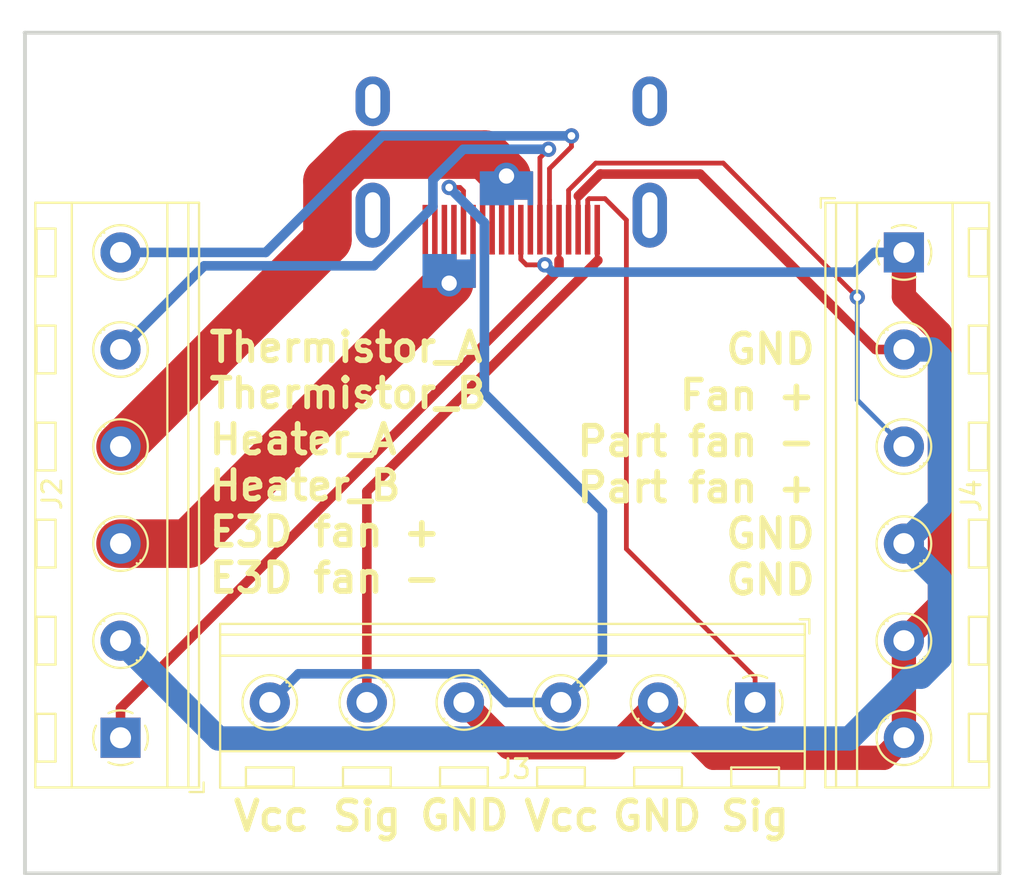
<source format=kicad_pcb>
(kicad_pcb (version 20171130) (host pcbnew "(5.0.2)-1")

  (general
    (thickness 1.6)
    (drawings 12)
    (tracks 108)
    (zones 0)
    (modules 7)
    (nets 13)
  )

  (page A4)
  (layers
    (0 F.Cu signal)
    (31 B.Cu signal)
    (32 B.Adhes user)
    (33 F.Adhes user)
    (34 B.Paste user)
    (35 F.Paste user)
    (36 B.SilkS user)
    (37 F.SilkS user)
    (38 B.Mask user)
    (39 F.Mask user)
    (40 Dwgs.User user)
    (41 Cmts.User user)
    (42 Eco1.User user)
    (43 Eco2.User user)
    (44 Edge.Cuts user)
    (45 Margin user)
    (46 B.CrtYd user)
    (47 F.CrtYd user)
    (48 B.Fab user)
    (49 F.Fab user)
  )

  (setup
    (last_trace_width 0.25)
    (user_trace_width 0.5)
    (user_trace_width 1.27)
    (user_trace_width 2.54)
    (trace_clearance 0.2)
    (zone_clearance 0.508)
    (zone_45_only no)
    (trace_min 0.2)
    (segment_width 0.2)
    (edge_width 0.05)
    (via_size 0.8)
    (via_drill 0.4)
    (via_min_size 0.4)
    (via_min_drill 0.3)
    (uvia_size 0.3)
    (uvia_drill 0.1)
    (uvias_allowed no)
    (uvia_min_size 0.2)
    (uvia_min_drill 0.1)
    (pcb_text_width 0.3)
    (pcb_text_size 1.5 1.5)
    (mod_edge_width 0.12)
    (mod_text_size 1 1)
    (mod_text_width 0.15)
    (pad_size 2.54 2.54)
    (pad_drill 1.3)
    (pad_to_mask_clearance 0.051)
    (solder_mask_min_width 0.25)
    (aux_axis_origin 0 0)
    (visible_elements 7FFFFFFF)
    (pcbplotparams
      (layerselection 0x010f0_ffffffff)
      (usegerberextensions false)
      (usegerberattributes true)
      (usegerberadvancedattributes false)
      (creategerberjobfile false)
      (excludeedgelayer true)
      (linewidth 0.150000)
      (plotframeref false)
      (viasonmask false)
      (mode 1)
      (useauxorigin false)
      (hpglpennumber 1)
      (hpglpenspeed 20)
      (hpglpendiameter 15.000000)
      (psnegative false)
      (psa4output false)
      (plotreference true)
      (plotvalue true)
      (plotinvisibletext false)
      (padsonsilk false)
      (subtractmaskfromsilk false)
      (outputformat 1)
      (mirror false)
      (drillshape 0)
      (scaleselection 1)
      (outputdirectory "Gerber/"))
  )

  (net 0 "")
  (net 1 X_Sig)
  (net 2 GND)
  (net 3 Z_Sig)
  (net 4 THERM_B)
  (net 5 THERM_A)
  (net 6 HOT_B)
  (net 7 HOT_A)
  (net 8 E3D_N)
  (net 9 V_FAN)
  (net 10 Part_N)
  (net 11 Vcc_X)
  (net 12 "Net-(J1-PadSH)")

  (net_class Default "Dies ist die voreingestellte Netzklasse."
    (clearance 0.2)
    (trace_width 0.25)
    (via_dia 0.8)
    (via_drill 0.4)
    (uvia_dia 0.3)
    (uvia_drill 0.1)
    (add_net E3D_N)
    (add_net GND)
    (add_net HOT_A)
    (add_net HOT_B)
    (add_net "Net-(J1-PadSH)")
    (add_net Part_N)
    (add_net THERM_A)
    (add_net THERM_B)
    (add_net V_FAN)
    (add_net Vcc_X)
    (add_net X_Sig)
    (add_net Z_Sig)
  )

  (module Connectors_OWN:BKL_HDMI_PEB1_HEVO locked (layer F.Cu) (tedit 5C46298F) (tstamp 5C558373)
    (at 120.7 62 180)
    (path /5C48DE35)
    (fp_text reference J1 (at 7.4676 -1.1176 180) (layer F.SilkS) hide
      (effects (font (size 1 1) (thickness 0.15)))
    )
    (fp_text value BKL_HDMI_PEB1_HEVO (at 7.4168 -2.7178 180) (layer F.Fab)
      (effects (font (size 1 1) (thickness 0.15)))
    )
    (fp_text user "PCB Edge" (at 7.6454 0.8636 180) (layer Dwgs.User)
      (effects (font (size 1 1) (thickness 0.15)))
    )
    (fp_line (start 0.0254 0) (end 14.5034 0) (layer Dwgs.User) (width 0.15))
    (pad 19 smd rect (at 2.75 -10.31 180) (size 0.29 2.6) (layers F.Cu F.Paste F.Mask)
      (net 1 X_Sig))
    (pad 18 smd rect (at 3.25 -10.31 180) (size 0.29 2.6) (layers F.Cu F.Paste F.Mask)
      (net 3 Z_Sig))
    (pad 17 smd rect (at 3.75 -10.31 180) (size 0.29 2.6) (layers F.Cu F.Paste F.Mask)
      (net 9 V_FAN))
    (pad 16 smd rect (at 4.25 -10.31 180) (size 0.29 2.6) (layers F.Cu F.Paste F.Mask)
      (net 10 Part_N))
    (pad 15 smd rect (at 4.75 -10.31 180) (size 0.29 2.6) (layers F.Cu F.Paste F.Mask)
      (net 8 E3D_N))
    (pad 14 smd rect (at 5.25 -10.31 180) (size 0.29 2.6) (layers F.Cu F.Paste F.Mask)
      (net 5 THERM_A))
    (pad 13 smd rect (at 5.75 -10.31 180) (size 0.29 2.6) (layers F.Cu F.Paste F.Mask)
      (net 4 THERM_B))
    (pad "" smd rect (at 6.25 -10.31 180) (size 0.29 2.6) (layers F.Cu F.Paste F.Mask))
    (pad 11 smd rect (at 6.75 -10.31 180) (size 0.29 2.6) (layers F.Cu F.Paste F.Mask)
      (net 2 GND))
    (pad "" smd rect (at 7.25 -10.31 180) (size 0.29 2.6) (layers F.Cu F.Paste F.Mask))
    (pad "" smd rect (at 7.75 -10.31 180) (size 0.29 2.6) (layers F.Cu F.Paste F.Mask))
    (pad "" smd rect (at 8.25 -10.31 180) (size 0.29 2.6) (layers F.Cu F.Paste F.Mask))
    (pad "" smd rect (at 8.75 -10.31 180) (size 0.29 2.6) (layers F.Cu F.Paste F.Mask))
    (pad "" smd rect (at 9.25 -10.31 180) (size 0.29 2.6) (layers F.Cu F.Paste F.Mask))
    (pad 5 smd rect (at 9.75 -10.31 180) (size 0.29 2.6) (layers F.Cu F.Paste F.Mask)
      (net 11 Vcc_X))
    (pad "" smd rect (at 10.25 -10.31 180) (size 0.29 2.6) (layers F.Cu F.Paste F.Mask))
    (pad "" smd rect (at 10.75 -10.31 180) (size 0.29 2.6) (layers F.Cu F.Paste F.Mask))
    (pad "" smd rect (at 11.25 -10.31 180) (size 0.29 2.6) (layers F.Cu F.Paste F.Mask))
    (pad "" smd rect (at 11.75 -10.31 180) (size 0.29 2.6) (layers F.Cu F.Paste F.Mask))
    (pad SH thru_hole oval (at 14.5 -9.55 180) (size 1.8 3.4) (drill oval 0.8 2.4) (layers *.Cu *.Mask)
      (net 12 "Net-(J1-PadSH)"))
    (pad SH thru_hole oval (at 14.5 -3.59 180) (size 1.8 2.6) (drill oval 0.8 1.8) (layers *.Cu *.Mask)
      (net 12 "Net-(J1-PadSH)"))
    (pad SH thru_hole oval (at 0 -3.59 180) (size 1.8 2.6) (drill oval 0.8 1.8) (layers *.Cu *.Mask)
      (net 12 "Net-(J1-PadSH)"))
    (pad SH thru_hole oval (at 0 -9.55 180) (size 1.8 3.4) (drill oval 0.8 2.4) (layers *.Cu *.Mask)
      (net 12 "Net-(J1-PadSH)"))
    (pad 7 thru_hole custom (at 7.5 -7.5 180) (size 1.4 1.4) (drill 0.8) (layers *.Cu *.Mask)
      (net 7 HOT_A)
      (options (clearance outline) (anchor circle))
      (primitives
        (gr_poly (pts
           (xy 1.37 -1.5036) (xy -0.37 -1.5036) (xy -0.37 -1.2158) (xy -1.13 -1.2161) (xy -1.13 -1.5039)
           (xy -1.37 -1.5036) (xy -1.37 0.2236) (xy 1.37 0.2236)) (width 0.05))
      ))
    (pad 1 thru_hole custom (at 10.5 -13.11) (size 1.4 1.4) (drill 0.8) (layers *.Cu *.Mask)
      (net 6 HOT_B) (zone_connect 0)
      (options (clearance outline) (anchor circle))
      (primitives
        (gr_poly (pts
           (xy -1.37 -1.5036) (xy 0.37 -1.5036) (xy 0.37 -1.2158) (xy 1.13 -1.2161) (xy 1.13 -1.5039)
           (xy 1.37 -1.5036) (xy 1.37 0.2236) (xy -1.37 0.2236)) (width 0.05))
      ))
  )

  (module TerminalBlock_RND:TerminalBlock_RND_205-00236_1x06_P5.08mm_Horizontal (layer F.Cu) (tedit 5B294F42) (tstamp 5C48D07C)
    (at 134 73.5 270)
    (descr "terminal block RND 205-00236, 6 pins, pitch 5.08mm, size 30.5x8.45mm^2, drill diamater 1.1mm, pad diameter 2.1mm, see http://cdn-reichelt.de/documents/datenblatt/C151/RND_205-00232_DB_EN.pdf, script-generated using https://github.com/pointhi/kicad-footprint-generator/scripts/TerminalBlock_RND")
    (tags "THT terminal block RND 205-00236 pitch 5.08mm size 30.5x8.45mm^2 drill 1.1mm pad 2.1mm")
    (path /5C47533C)
    (fp_text reference J4 (at 12.73 -3.53 270) (layer F.SilkS)
      (effects (font (size 1 1) (thickness 0.15)))
    )
    (fp_text value "Fan & Custom" (at 12.7 5.11 270) (layer F.Fab)
      (effects (font (size 1 1) (thickness 0.15)))
    )
    (fp_text user %R (at 12.7 -5.46 270) (layer F.Fab)
      (effects (font (size 1 1) (thickness 0.15)))
    )
    (fp_line (start 28.44 -4.9) (end -3.04 -4.9) (layer F.CrtYd) (width 0.05))
    (fp_line (start 28.44 4.55) (end 28.44 -4.9) (layer F.CrtYd) (width 0.05))
    (fp_line (start -3.04 4.55) (end 28.44 4.55) (layer F.CrtYd) (width 0.05))
    (fp_line (start -3.04 -4.9) (end -3.04 4.55) (layer F.CrtYd) (width 0.05))
    (fp_line (start -2.84 4.35) (end -2.34 4.35) (layer F.SilkS) (width 0.12))
    (fp_line (start -2.84 3.61) (end -2.84 4.35) (layer F.SilkS) (width 0.12))
    (fp_line (start 26.65 -4.4) (end 26.65 -3.4) (layer F.SilkS) (width 0.12))
    (fp_line (start 24.15 -4.4) (end 24.15 -3.4) (layer F.SilkS) (width 0.12))
    (fp_line (start 24.15 -3.4) (end 26.65 -3.4) (layer F.SilkS) (width 0.12))
    (fp_line (start 24.15 -4.4) (end 26.65 -4.4) (layer F.SilkS) (width 0.12))
    (fp_line (start 26.65 -4.4) (end 24.15 -4.4) (layer F.Fab) (width 0.1))
    (fp_line (start 26.65 -3.4) (end 26.65 -4.4) (layer F.Fab) (width 0.1))
    (fp_line (start 24.15 -3.4) (end 26.65 -3.4) (layer F.Fab) (width 0.1))
    (fp_line (start 24.15 -4.4) (end 24.15 -3.4) (layer F.Fab) (width 0.1))
    (fp_line (start 24.376 0.85) (end 24.316 0.91) (layer F.SilkS) (width 0.12))
    (fp_line (start 26.311 -1.085) (end 26.271 -1.045) (layer F.SilkS) (width 0.12))
    (fp_line (start 24.53 1.045) (end 24.49 1.085) (layer F.SilkS) (width 0.12))
    (fp_line (start 26.485 -0.91) (end 26.425 -0.851) (layer F.SilkS) (width 0.12))
    (fp_line (start 26.196 -0.948) (end 24.452 0.796) (layer F.Fab) (width 0.1))
    (fp_line (start 26.349 -0.796) (end 24.605 0.948) (layer F.Fab) (width 0.1))
    (fp_line (start 21.57 -4.4) (end 21.57 -3.4) (layer F.SilkS) (width 0.12))
    (fp_line (start 19.07 -4.4) (end 19.07 -3.4) (layer F.SilkS) (width 0.12))
    (fp_line (start 19.07 -3.4) (end 21.57 -3.4) (layer F.SilkS) (width 0.12))
    (fp_line (start 19.07 -4.4) (end 21.57 -4.4) (layer F.SilkS) (width 0.12))
    (fp_line (start 21.57 -4.4) (end 19.07 -4.4) (layer F.Fab) (width 0.1))
    (fp_line (start 21.57 -3.4) (end 21.57 -4.4) (layer F.Fab) (width 0.1))
    (fp_line (start 19.07 -3.4) (end 21.57 -3.4) (layer F.Fab) (width 0.1))
    (fp_line (start 19.07 -4.4) (end 19.07 -3.4) (layer F.Fab) (width 0.1))
    (fp_line (start 19.296 0.85) (end 19.236 0.91) (layer F.SilkS) (width 0.12))
    (fp_line (start 21.231 -1.085) (end 21.191 -1.045) (layer F.SilkS) (width 0.12))
    (fp_line (start 19.45 1.045) (end 19.41 1.085) (layer F.SilkS) (width 0.12))
    (fp_line (start 21.405 -0.91) (end 21.345 -0.851) (layer F.SilkS) (width 0.12))
    (fp_line (start 21.116 -0.948) (end 19.372 0.796) (layer F.Fab) (width 0.1))
    (fp_line (start 21.269 -0.796) (end 19.525 0.948) (layer F.Fab) (width 0.1))
    (fp_line (start 16.49 -4.4) (end 16.49 -3.4) (layer F.SilkS) (width 0.12))
    (fp_line (start 13.99 -4.4) (end 13.99 -3.4) (layer F.SilkS) (width 0.12))
    (fp_line (start 13.99 -3.4) (end 16.49 -3.4) (layer F.SilkS) (width 0.12))
    (fp_line (start 13.99 -4.4) (end 16.49 -4.4) (layer F.SilkS) (width 0.12))
    (fp_line (start 16.49 -4.4) (end 13.99 -4.4) (layer F.Fab) (width 0.1))
    (fp_line (start 16.49 -3.4) (end 16.49 -4.4) (layer F.Fab) (width 0.1))
    (fp_line (start 13.99 -3.4) (end 16.49 -3.4) (layer F.Fab) (width 0.1))
    (fp_line (start 13.99 -4.4) (end 13.99 -3.4) (layer F.Fab) (width 0.1))
    (fp_line (start 14.216 0.85) (end 14.156 0.91) (layer F.SilkS) (width 0.12))
    (fp_line (start 16.151 -1.085) (end 16.111 -1.045) (layer F.SilkS) (width 0.12))
    (fp_line (start 14.37 1.045) (end 14.33 1.085) (layer F.SilkS) (width 0.12))
    (fp_line (start 16.325 -0.91) (end 16.265 -0.851) (layer F.SilkS) (width 0.12))
    (fp_line (start 16.036 -0.948) (end 14.292 0.796) (layer F.Fab) (width 0.1))
    (fp_line (start 16.189 -0.796) (end 14.445 0.948) (layer F.Fab) (width 0.1))
    (fp_line (start 11.41 -4.4) (end 11.41 -3.4) (layer F.SilkS) (width 0.12))
    (fp_line (start 8.91 -4.4) (end 8.91 -3.4) (layer F.SilkS) (width 0.12))
    (fp_line (start 8.91 -3.4) (end 11.41 -3.4) (layer F.SilkS) (width 0.12))
    (fp_line (start 8.91 -4.4) (end 11.41 -4.4) (layer F.SilkS) (width 0.12))
    (fp_line (start 11.41 -4.4) (end 8.91 -4.4) (layer F.Fab) (width 0.1))
    (fp_line (start 11.41 -3.4) (end 11.41 -4.4) (layer F.Fab) (width 0.1))
    (fp_line (start 8.91 -3.4) (end 11.41 -3.4) (layer F.Fab) (width 0.1))
    (fp_line (start 8.91 -4.4) (end 8.91 -3.4) (layer F.Fab) (width 0.1))
    (fp_line (start 9.136 0.85) (end 9.076 0.91) (layer F.SilkS) (width 0.12))
    (fp_line (start 11.071 -1.085) (end 11.031 -1.045) (layer F.SilkS) (width 0.12))
    (fp_line (start 9.29 1.045) (end 9.25 1.085) (layer F.SilkS) (width 0.12))
    (fp_line (start 11.245 -0.91) (end 11.185 -0.851) (layer F.SilkS) (width 0.12))
    (fp_line (start 10.956 -0.948) (end 9.212 0.796) (layer F.Fab) (width 0.1))
    (fp_line (start 11.109 -0.796) (end 9.365 0.948) (layer F.Fab) (width 0.1))
    (fp_line (start 6.33 -4.4) (end 6.33 -3.4) (layer F.SilkS) (width 0.12))
    (fp_line (start 3.83 -4.4) (end 3.83 -3.4) (layer F.SilkS) (width 0.12))
    (fp_line (start 3.83 -3.4) (end 6.33 -3.4) (layer F.SilkS) (width 0.12))
    (fp_line (start 3.83 -4.4) (end 6.33 -4.4) (layer F.SilkS) (width 0.12))
    (fp_line (start 6.33 -4.4) (end 3.83 -4.4) (layer F.Fab) (width 0.1))
    (fp_line (start 6.33 -3.4) (end 6.33 -4.4) (layer F.Fab) (width 0.1))
    (fp_line (start 3.83 -3.4) (end 6.33 -3.4) (layer F.Fab) (width 0.1))
    (fp_line (start 3.83 -4.4) (end 3.83 -3.4) (layer F.Fab) (width 0.1))
    (fp_line (start 4.056 0.85) (end 3.996 0.91) (layer F.SilkS) (width 0.12))
    (fp_line (start 5.991 -1.085) (end 5.951 -1.045) (layer F.SilkS) (width 0.12))
    (fp_line (start 4.21 1.045) (end 4.17 1.085) (layer F.SilkS) (width 0.12))
    (fp_line (start 6.165 -0.91) (end 6.105 -0.851) (layer F.SilkS) (width 0.12))
    (fp_line (start 5.876 -0.948) (end 4.132 0.796) (layer F.Fab) (width 0.1))
    (fp_line (start 6.029 -0.796) (end 4.285 0.948) (layer F.Fab) (width 0.1))
    (fp_line (start 1.25 -4.4) (end 1.25 -3.4) (layer F.SilkS) (width 0.12))
    (fp_line (start -1.25 -4.4) (end -1.25 -3.4) (layer F.SilkS) (width 0.12))
    (fp_line (start -1.25 -3.4) (end 1.25 -3.4) (layer F.SilkS) (width 0.12))
    (fp_line (start -1.25 -4.4) (end 1.25 -4.4) (layer F.SilkS) (width 0.12))
    (fp_line (start 1.25 -4.4) (end -1.25 -4.4) (layer F.Fab) (width 0.1))
    (fp_line (start 1.25 -3.4) (end 1.25 -4.4) (layer F.Fab) (width 0.1))
    (fp_line (start -1.25 -3.4) (end 1.25 -3.4) (layer F.Fab) (width 0.1))
    (fp_line (start -1.25 -4.4) (end -1.25 -3.4) (layer F.Fab) (width 0.1))
    (fp_line (start 0.796 -0.948) (end -0.949 0.796) (layer F.Fab) (width 0.1))
    (fp_line (start 0.949 -0.796) (end -0.796 0.948) (layer F.Fab) (width 0.1))
    (fp_line (start 28 -4.46) (end 28 4.11) (layer F.SilkS) (width 0.12))
    (fp_line (start -2.6 -4.46) (end -2.6 4.11) (layer F.SilkS) (width 0.12))
    (fp_line (start -2.6 4.11) (end 28 4.11) (layer F.SilkS) (width 0.12))
    (fp_line (start -2.6 -4.46) (end 28 -4.46) (layer F.SilkS) (width 0.12))
    (fp_line (start -2.6 -2.55) (end 28 -2.55) (layer F.SilkS) (width 0.12))
    (fp_line (start -2.54 -2.55) (end 27.94 -2.55) (layer F.Fab) (width 0.1))
    (fp_line (start -2.6 2.45) (end 28 2.45) (layer F.SilkS) (width 0.12))
    (fp_line (start -2.54 2.45) (end 27.94 2.45) (layer F.Fab) (width 0.1))
    (fp_line (start -2.6 3.55) (end 28 3.55) (layer F.SilkS) (width 0.12))
    (fp_line (start -2.54 3.55) (end 27.94 3.55) (layer F.Fab) (width 0.1))
    (fp_line (start -2.54 3.55) (end -2.54 -4.4) (layer F.Fab) (width 0.1))
    (fp_line (start -2.04 4.05) (end -2.54 3.55) (layer F.Fab) (width 0.1))
    (fp_line (start 27.94 4.05) (end -2.04 4.05) (layer F.Fab) (width 0.1))
    (fp_line (start 27.94 -4.4) (end 27.94 4.05) (layer F.Fab) (width 0.1))
    (fp_line (start -2.54 -4.4) (end 27.94 -4.4) (layer F.Fab) (width 0.1))
    (fp_circle (center 25.4 0) (end 26.83 0) (layer F.SilkS) (width 0.12))
    (fp_circle (center 25.4 0) (end 26.65 0) (layer F.Fab) (width 0.1))
    (fp_circle (center 20.32 0) (end 21.75 0) (layer F.SilkS) (width 0.12))
    (fp_circle (center 20.32 0) (end 21.57 0) (layer F.Fab) (width 0.1))
    (fp_circle (center 15.24 0) (end 16.67 0) (layer F.SilkS) (width 0.12))
    (fp_circle (center 15.24 0) (end 16.49 0) (layer F.Fab) (width 0.1))
    (fp_circle (center 10.16 0) (end 11.59 0) (layer F.SilkS) (width 0.12))
    (fp_circle (center 10.16 0) (end 11.41 0) (layer F.Fab) (width 0.1))
    (fp_circle (center 5.08 0) (end 6.51 0) (layer F.SilkS) (width 0.12))
    (fp_circle (center 5.08 0) (end 6.33 0) (layer F.Fab) (width 0.1))
    (fp_circle (center 0 0) (end 1.25 0) (layer F.Fab) (width 0.1))
    (fp_arc (start 0 0) (end -0.628 1.286) (angle -27) (layer F.SilkS) (width 0.12))
    (fp_arc (start 0 0) (end -1.286 -0.628) (angle -52) (layer F.SilkS) (width 0.12))
    (fp_arc (start 0 0) (end 0.627 -1.286) (angle -52) (layer F.SilkS) (width 0.12))
    (fp_arc (start 0 0) (end 1.286 0.627) (angle -52) (layer F.SilkS) (width 0.12))
    (fp_arc (start 0 0) (end 0 1.43) (angle -26) (layer F.SilkS) (width 0.12))
    (pad 6 thru_hole circle (at 25.4 0 270) (size 2.1 2.1) (drill 1.1) (layers *.Cu *.Mask)
      (net 2 GND))
    (pad 5 thru_hole circle (at 20.32 0 270) (size 2.1 2.1) (drill 1.1) (layers *.Cu *.Mask)
      (net 2 GND))
    (pad 4 thru_hole circle (at 15.24 0 270) (size 2.1 2.1) (drill 1.1) (layers *.Cu *.Mask)
      (net 9 V_FAN))
    (pad 3 thru_hole circle (at 10.16 0 270) (size 2.1 2.1) (drill 1.1) (layers *.Cu *.Mask)
      (net 10 Part_N))
    (pad 2 thru_hole circle (at 5.08 0 270) (size 2.1 2.1) (drill 1.1) (layers *.Cu *.Mask)
      (net 9 V_FAN))
    (pad 1 thru_hole rect (at 0 0 270) (size 2.1 2.1) (drill 1.1) (layers *.Cu *.Mask)
      (net 2 GND))
    (model ${KISYS3DMOD}/TerminalBlock_RND.3dshapes/TerminalBlock_RND_205-00236_1x06_P5.08mm_Horizontal.wrl
      (at (xyz 0 0 0))
      (scale (xyz 1 1 1))
      (rotate (xyz 0 0 0))
    )
  )

  (module TerminalBlock_RND:TerminalBlock_RND_205-00236_1x06_P5.08mm_Horizontal (layer F.Cu) (tedit 5B294F42) (tstamp 5C48CFFD)
    (at 126.2126 97.0534 180)
    (descr "terminal block RND 205-00236, 6 pins, pitch 5.08mm, size 30.5x8.45mm^2, drill diamater 1.1mm, pad diameter 2.1mm, see http://cdn-reichelt.de/documents/datenblatt/C151/RND_205-00232_DB_EN.pdf, script-generated using https://github.com/pointhi/kicad-footprint-generator/scripts/TerminalBlock_RND")
    (tags "THT terminal block RND 205-00236 pitch 5.08mm size 30.5x8.45mm^2 drill 1.1mm pad 2.1mm")
    (path /5C48BDF1)
    (fp_text reference J3 (at 12.6 -3.48 180) (layer F.SilkS)
      (effects (font (size 1 1) (thickness 0.15)))
    )
    (fp_text value "X-Endstop, Fan, Custom" (at 12.7 5.11 180) (layer F.Fab)
      (effects (font (size 1 1) (thickness 0.15)))
    )
    (fp_text user %R (at 12.7 -5.46 180) (layer F.Fab)
      (effects (font (size 1 1) (thickness 0.15)))
    )
    (fp_line (start 28.44 -4.9) (end -3.04 -4.9) (layer F.CrtYd) (width 0.05))
    (fp_line (start 28.44 4.55) (end 28.44 -4.9) (layer F.CrtYd) (width 0.05))
    (fp_line (start -3.04 4.55) (end 28.44 4.55) (layer F.CrtYd) (width 0.05))
    (fp_line (start -3.04 -4.9) (end -3.04 4.55) (layer F.CrtYd) (width 0.05))
    (fp_line (start -2.84 4.35) (end -2.34 4.35) (layer F.SilkS) (width 0.12))
    (fp_line (start -2.84 3.61) (end -2.84 4.35) (layer F.SilkS) (width 0.12))
    (fp_line (start 26.65 -4.4) (end 26.65 -3.4) (layer F.SilkS) (width 0.12))
    (fp_line (start 24.15 -4.4) (end 24.15 -3.4) (layer F.SilkS) (width 0.12))
    (fp_line (start 24.15 -3.4) (end 26.65 -3.4) (layer F.SilkS) (width 0.12))
    (fp_line (start 24.15 -4.4) (end 26.65 -4.4) (layer F.SilkS) (width 0.12))
    (fp_line (start 26.65 -4.4) (end 24.15 -4.4) (layer F.Fab) (width 0.1))
    (fp_line (start 26.65 -3.4) (end 26.65 -4.4) (layer F.Fab) (width 0.1))
    (fp_line (start 24.15 -3.4) (end 26.65 -3.4) (layer F.Fab) (width 0.1))
    (fp_line (start 24.15 -4.4) (end 24.15 -3.4) (layer F.Fab) (width 0.1))
    (fp_line (start 24.376 0.85) (end 24.316 0.91) (layer F.SilkS) (width 0.12))
    (fp_line (start 26.311 -1.085) (end 26.271 -1.045) (layer F.SilkS) (width 0.12))
    (fp_line (start 24.53 1.045) (end 24.49 1.085) (layer F.SilkS) (width 0.12))
    (fp_line (start 26.485 -0.91) (end 26.425 -0.851) (layer F.SilkS) (width 0.12))
    (fp_line (start 26.196 -0.948) (end 24.452 0.796) (layer F.Fab) (width 0.1))
    (fp_line (start 26.349 -0.796) (end 24.605 0.948) (layer F.Fab) (width 0.1))
    (fp_line (start 21.57 -4.4) (end 21.57 -3.4) (layer F.SilkS) (width 0.12))
    (fp_line (start 19.07 -4.4) (end 19.07 -3.4) (layer F.SilkS) (width 0.12))
    (fp_line (start 19.07 -3.4) (end 21.57 -3.4) (layer F.SilkS) (width 0.12))
    (fp_line (start 19.07 -4.4) (end 21.57 -4.4) (layer F.SilkS) (width 0.12))
    (fp_line (start 21.57 -4.4) (end 19.07 -4.4) (layer F.Fab) (width 0.1))
    (fp_line (start 21.57 -3.4) (end 21.57 -4.4) (layer F.Fab) (width 0.1))
    (fp_line (start 19.07 -3.4) (end 21.57 -3.4) (layer F.Fab) (width 0.1))
    (fp_line (start 19.07 -4.4) (end 19.07 -3.4) (layer F.Fab) (width 0.1))
    (fp_line (start 19.296 0.85) (end 19.236 0.91) (layer F.SilkS) (width 0.12))
    (fp_line (start 21.231 -1.085) (end 21.191 -1.045) (layer F.SilkS) (width 0.12))
    (fp_line (start 19.45 1.045) (end 19.41 1.085) (layer F.SilkS) (width 0.12))
    (fp_line (start 21.405 -0.91) (end 21.345 -0.851) (layer F.SilkS) (width 0.12))
    (fp_line (start 21.116 -0.948) (end 19.372 0.796) (layer F.Fab) (width 0.1))
    (fp_line (start 21.269 -0.796) (end 19.525 0.948) (layer F.Fab) (width 0.1))
    (fp_line (start 16.49 -4.4) (end 16.49 -3.4) (layer F.SilkS) (width 0.12))
    (fp_line (start 13.99 -4.4) (end 13.99 -3.4) (layer F.SilkS) (width 0.12))
    (fp_line (start 13.99 -3.4) (end 16.49 -3.4) (layer F.SilkS) (width 0.12))
    (fp_line (start 13.99 -4.4) (end 16.49 -4.4) (layer F.SilkS) (width 0.12))
    (fp_line (start 16.49 -4.4) (end 13.99 -4.4) (layer F.Fab) (width 0.1))
    (fp_line (start 16.49 -3.4) (end 16.49 -4.4) (layer F.Fab) (width 0.1))
    (fp_line (start 13.99 -3.4) (end 16.49 -3.4) (layer F.Fab) (width 0.1))
    (fp_line (start 13.99 -4.4) (end 13.99 -3.4) (layer F.Fab) (width 0.1))
    (fp_line (start 14.216 0.85) (end 14.156 0.91) (layer F.SilkS) (width 0.12))
    (fp_line (start 16.151 -1.085) (end 16.111 -1.045) (layer F.SilkS) (width 0.12))
    (fp_line (start 14.37 1.045) (end 14.33 1.085) (layer F.SilkS) (width 0.12))
    (fp_line (start 16.325 -0.91) (end 16.265 -0.851) (layer F.SilkS) (width 0.12))
    (fp_line (start 16.036 -0.948) (end 14.292 0.796) (layer F.Fab) (width 0.1))
    (fp_line (start 16.189 -0.796) (end 14.445 0.948) (layer F.Fab) (width 0.1))
    (fp_line (start 11.41 -4.4) (end 11.41 -3.4) (layer F.SilkS) (width 0.12))
    (fp_line (start 8.91 -4.4) (end 8.91 -3.4) (layer F.SilkS) (width 0.12))
    (fp_line (start 8.91 -3.4) (end 11.41 -3.4) (layer F.SilkS) (width 0.12))
    (fp_line (start 8.91 -4.4) (end 11.41 -4.4) (layer F.SilkS) (width 0.12))
    (fp_line (start 11.41 -4.4) (end 8.91 -4.4) (layer F.Fab) (width 0.1))
    (fp_line (start 11.41 -3.4) (end 11.41 -4.4) (layer F.Fab) (width 0.1))
    (fp_line (start 8.91 -3.4) (end 11.41 -3.4) (layer F.Fab) (width 0.1))
    (fp_line (start 8.91 -4.4) (end 8.91 -3.4) (layer F.Fab) (width 0.1))
    (fp_line (start 9.136 0.85) (end 9.076 0.91) (layer F.SilkS) (width 0.12))
    (fp_line (start 11.071 -1.085) (end 11.031 -1.045) (layer F.SilkS) (width 0.12))
    (fp_line (start 9.29 1.045) (end 9.25 1.085) (layer F.SilkS) (width 0.12))
    (fp_line (start 11.245 -0.91) (end 11.185 -0.851) (layer F.SilkS) (width 0.12))
    (fp_line (start 10.956 -0.948) (end 9.212 0.796) (layer F.Fab) (width 0.1))
    (fp_line (start 11.109 -0.796) (end 9.365 0.948) (layer F.Fab) (width 0.1))
    (fp_line (start 6.33 -4.4) (end 6.33 -3.4) (layer F.SilkS) (width 0.12))
    (fp_line (start 3.83 -4.4) (end 3.83 -3.4) (layer F.SilkS) (width 0.12))
    (fp_line (start 3.83 -3.4) (end 6.33 -3.4) (layer F.SilkS) (width 0.12))
    (fp_line (start 3.83 -4.4) (end 6.33 -4.4) (layer F.SilkS) (width 0.12))
    (fp_line (start 6.33 -4.4) (end 3.83 -4.4) (layer F.Fab) (width 0.1))
    (fp_line (start 6.33 -3.4) (end 6.33 -4.4) (layer F.Fab) (width 0.1))
    (fp_line (start 3.83 -3.4) (end 6.33 -3.4) (layer F.Fab) (width 0.1))
    (fp_line (start 3.83 -4.4) (end 3.83 -3.4) (layer F.Fab) (width 0.1))
    (fp_line (start 4.056 0.85) (end 3.996 0.91) (layer F.SilkS) (width 0.12))
    (fp_line (start 5.991 -1.085) (end 5.951 -1.045) (layer F.SilkS) (width 0.12))
    (fp_line (start 4.21 1.045) (end 4.17 1.085) (layer F.SilkS) (width 0.12))
    (fp_line (start 6.165 -0.91) (end 6.105 -0.851) (layer F.SilkS) (width 0.12))
    (fp_line (start 5.876 -0.948) (end 4.132 0.796) (layer F.Fab) (width 0.1))
    (fp_line (start 6.029 -0.796) (end 4.285 0.948) (layer F.Fab) (width 0.1))
    (fp_line (start 1.25 -4.4) (end 1.25 -3.4) (layer F.SilkS) (width 0.12))
    (fp_line (start -1.25 -4.4) (end -1.25 -3.4) (layer F.SilkS) (width 0.12))
    (fp_line (start -1.25 -3.4) (end 1.25 -3.4) (layer F.SilkS) (width 0.12))
    (fp_line (start -1.25 -4.4) (end 1.25 -4.4) (layer F.SilkS) (width 0.12))
    (fp_line (start 1.25 -4.4) (end -1.25 -4.4) (layer F.Fab) (width 0.1))
    (fp_line (start 1.25 -3.4) (end 1.25 -4.4) (layer F.Fab) (width 0.1))
    (fp_line (start -1.25 -3.4) (end 1.25 -3.4) (layer F.Fab) (width 0.1))
    (fp_line (start -1.25 -4.4) (end -1.25 -3.4) (layer F.Fab) (width 0.1))
    (fp_line (start 0.796 -0.948) (end -0.949 0.796) (layer F.Fab) (width 0.1))
    (fp_line (start 0.949 -0.796) (end -0.796 0.948) (layer F.Fab) (width 0.1))
    (fp_line (start 28 -4.46) (end 28 4.11) (layer F.SilkS) (width 0.12))
    (fp_line (start -2.6 -4.46) (end -2.6 4.11) (layer F.SilkS) (width 0.12))
    (fp_line (start -2.6 4.11) (end 28 4.11) (layer F.SilkS) (width 0.12))
    (fp_line (start -2.6 -4.46) (end 28 -4.46) (layer F.SilkS) (width 0.12))
    (fp_line (start -2.6 -2.55) (end 28 -2.55) (layer F.SilkS) (width 0.12))
    (fp_line (start -2.54 -2.55) (end 27.94 -2.55) (layer F.Fab) (width 0.1))
    (fp_line (start -2.6 2.45) (end 28 2.45) (layer F.SilkS) (width 0.12))
    (fp_line (start -2.54 2.45) (end 27.94 2.45) (layer F.Fab) (width 0.1))
    (fp_line (start -2.6 3.55) (end 28 3.55) (layer F.SilkS) (width 0.12))
    (fp_line (start -2.54 3.55) (end 27.94 3.55) (layer F.Fab) (width 0.1))
    (fp_line (start -2.54 3.55) (end -2.54 -4.4) (layer F.Fab) (width 0.1))
    (fp_line (start -2.04 4.05) (end -2.54 3.55) (layer F.Fab) (width 0.1))
    (fp_line (start 27.94 4.05) (end -2.04 4.05) (layer F.Fab) (width 0.1))
    (fp_line (start 27.94 -4.4) (end 27.94 4.05) (layer F.Fab) (width 0.1))
    (fp_line (start -2.54 -4.4) (end 27.94 -4.4) (layer F.Fab) (width 0.1))
    (fp_circle (center 25.4 0) (end 26.83 0) (layer F.SilkS) (width 0.12))
    (fp_circle (center 25.4 0) (end 26.65 0) (layer F.Fab) (width 0.1))
    (fp_circle (center 20.32 0) (end 21.75 0) (layer F.SilkS) (width 0.12))
    (fp_circle (center 20.32 0) (end 21.57 0) (layer F.Fab) (width 0.1))
    (fp_circle (center 15.24 0) (end 16.67 0) (layer F.SilkS) (width 0.12))
    (fp_circle (center 15.24 0) (end 16.49 0) (layer F.Fab) (width 0.1))
    (fp_circle (center 10.16 0) (end 11.59 0) (layer F.SilkS) (width 0.12))
    (fp_circle (center 10.16 0) (end 11.41 0) (layer F.Fab) (width 0.1))
    (fp_circle (center 5.08 0) (end 6.51 0) (layer F.SilkS) (width 0.12))
    (fp_circle (center 5.08 0) (end 6.33 0) (layer F.Fab) (width 0.1))
    (fp_circle (center 0 0) (end 1.25 0) (layer F.Fab) (width 0.1))
    (fp_arc (start 0 0) (end -0.628 1.286) (angle -27) (layer F.SilkS) (width 0.12))
    (fp_arc (start 0 0) (end -1.286 -0.628) (angle -52) (layer F.SilkS) (width 0.12))
    (fp_arc (start 0 0) (end 0.627 -1.286) (angle -52) (layer F.SilkS) (width 0.12))
    (fp_arc (start 0 0) (end 1.286 0.627) (angle -52) (layer F.SilkS) (width 0.12))
    (fp_arc (start 0 0) (end 0 1.43) (angle -26) (layer F.SilkS) (width 0.12))
    (pad 6 thru_hole circle (at 25.4 0 180) (size 2.1 2.1) (drill 1.1) (layers *.Cu *.Mask)
      (net 11 Vcc_X))
    (pad 5 thru_hole circle (at 20.32 0 180) (size 2.1 2.1) (drill 1.1) (layers *.Cu *.Mask)
      (net 1 X_Sig))
    (pad 4 thru_hole circle (at 15.24 0 180) (size 2.1 2.1) (drill 1.1) (layers *.Cu *.Mask)
      (net 2 GND))
    (pad 3 thru_hole circle (at 10.16 0 180) (size 2.1 2.1) (drill 1.1) (layers *.Cu *.Mask)
      (net 11 Vcc_X))
    (pad 2 thru_hole circle (at 5.08 0 180) (size 2.1 2.1) (drill 1.1) (layers *.Cu *.Mask)
      (net 2 GND))
    (pad 1 thru_hole rect (at 0 0 180) (size 2.1 2.1) (drill 1.1) (layers *.Cu *.Mask)
      (net 3 Z_Sig))
    (model ${KISYS3DMOD}/TerminalBlock_RND.3dshapes/TerminalBlock_RND_205-00236_1x06_P5.08mm_Horizontal.wrl
      (at (xyz 0 0 0))
      (scale (xyz 1 1 1))
      (rotate (xyz 0 0 0))
    )
  )

  (module TerminalBlock_RND:TerminalBlock_RND_205-00236_1x06_P5.08mm_Horizontal (layer F.Cu) (tedit 5B294F42) (tstamp 5C53DFAF)
    (at 93 98.9 90)
    (descr "terminal block RND 205-00236, 6 pins, pitch 5.08mm, size 30.5x8.45mm^2, drill diamater 1.1mm, pad diameter 2.1mm, see http://cdn-reichelt.de/documents/datenblatt/C151/RND_205-00232_DB_EN.pdf, script-generated using https://github.com/pointhi/kicad-footprint-generator/scripts/TerminalBlock_RND")
    (tags "THT terminal block RND 205-00236 pitch 5.08mm size 30.5x8.45mm^2 drill 1.1mm pad 2.1mm")
    (path /5C4752CA)
    (fp_text reference J2 (at 12.77 -3.58 -90) (layer F.SilkS)
      (effects (font (size 1 1) (thickness 0.15)))
    )
    (fp_text value Hotend (at 12.7 5.11 90) (layer F.Fab)
      (effects (font (size 1 1) (thickness 0.15)))
    )
    (fp_text user %R (at 12.7 -5.46 90) (layer F.Fab)
      (effects (font (size 1 1) (thickness 0.15)))
    )
    (fp_line (start 28.44 -4.9) (end -3.04 -4.9) (layer F.CrtYd) (width 0.05))
    (fp_line (start 28.44 4.55) (end 28.44 -4.9) (layer F.CrtYd) (width 0.05))
    (fp_line (start -3.04 4.55) (end 28.44 4.55) (layer F.CrtYd) (width 0.05))
    (fp_line (start -3.04 -4.9) (end -3.04 4.55) (layer F.CrtYd) (width 0.05))
    (fp_line (start -2.84 4.35) (end -2.34 4.35) (layer F.SilkS) (width 0.12))
    (fp_line (start -2.84 3.61) (end -2.84 4.35) (layer F.SilkS) (width 0.12))
    (fp_line (start 26.65 -4.4) (end 26.65 -3.4) (layer F.SilkS) (width 0.12))
    (fp_line (start 24.15 -4.4) (end 24.15 -3.4) (layer F.SilkS) (width 0.12))
    (fp_line (start 24.15 -3.4) (end 26.65 -3.4) (layer F.SilkS) (width 0.12))
    (fp_line (start 24.15 -4.4) (end 26.65 -4.4) (layer F.SilkS) (width 0.12))
    (fp_line (start 26.65 -4.4) (end 24.15 -4.4) (layer F.Fab) (width 0.1))
    (fp_line (start 26.65 -3.4) (end 26.65 -4.4) (layer F.Fab) (width 0.1))
    (fp_line (start 24.15 -3.4) (end 26.65 -3.4) (layer F.Fab) (width 0.1))
    (fp_line (start 24.15 -4.4) (end 24.15 -3.4) (layer F.Fab) (width 0.1))
    (fp_line (start 24.376 0.85) (end 24.316 0.91) (layer F.SilkS) (width 0.12))
    (fp_line (start 26.311 -1.085) (end 26.271 -1.045) (layer F.SilkS) (width 0.12))
    (fp_line (start 24.53 1.045) (end 24.49 1.085) (layer F.SilkS) (width 0.12))
    (fp_line (start 26.485 -0.91) (end 26.425 -0.851) (layer F.SilkS) (width 0.12))
    (fp_line (start 26.196 -0.948) (end 24.452 0.796) (layer F.Fab) (width 0.1))
    (fp_line (start 26.349 -0.796) (end 24.605 0.948) (layer F.Fab) (width 0.1))
    (fp_line (start 21.57 -4.4) (end 21.57 -3.4) (layer F.SilkS) (width 0.12))
    (fp_line (start 19.07 -4.4) (end 19.07 -3.4) (layer F.SilkS) (width 0.12))
    (fp_line (start 19.07 -3.4) (end 21.57 -3.4) (layer F.SilkS) (width 0.12))
    (fp_line (start 19.07 -4.4) (end 21.57 -4.4) (layer F.SilkS) (width 0.12))
    (fp_line (start 21.57 -4.4) (end 19.07 -4.4) (layer F.Fab) (width 0.1))
    (fp_line (start 21.57 -3.4) (end 21.57 -4.4) (layer F.Fab) (width 0.1))
    (fp_line (start 19.07 -3.4) (end 21.57 -3.4) (layer F.Fab) (width 0.1))
    (fp_line (start 19.07 -4.4) (end 19.07 -3.4) (layer F.Fab) (width 0.1))
    (fp_line (start 19.296 0.85) (end 19.236 0.91) (layer F.SilkS) (width 0.12))
    (fp_line (start 21.231 -1.085) (end 21.191 -1.045) (layer F.SilkS) (width 0.12))
    (fp_line (start 19.45 1.045) (end 19.41 1.085) (layer F.SilkS) (width 0.12))
    (fp_line (start 21.405 -0.91) (end 21.345 -0.851) (layer F.SilkS) (width 0.12))
    (fp_line (start 21.116 -0.948) (end 19.372 0.796) (layer F.Fab) (width 0.1))
    (fp_line (start 21.269 -0.796) (end 19.525 0.948) (layer F.Fab) (width 0.1))
    (fp_line (start 16.49 -4.4) (end 16.49 -3.4) (layer F.SilkS) (width 0.12))
    (fp_line (start 13.99 -4.4) (end 13.99 -3.4) (layer F.SilkS) (width 0.12))
    (fp_line (start 13.99 -3.4) (end 16.49 -3.4) (layer F.SilkS) (width 0.12))
    (fp_line (start 13.99 -4.4) (end 16.49 -4.4) (layer F.SilkS) (width 0.12))
    (fp_line (start 16.49 -4.4) (end 13.99 -4.4) (layer F.Fab) (width 0.1))
    (fp_line (start 16.49 -3.4) (end 16.49 -4.4) (layer F.Fab) (width 0.1))
    (fp_line (start 13.99 -3.4) (end 16.49 -3.4) (layer F.Fab) (width 0.1))
    (fp_line (start 13.99 -4.4) (end 13.99 -3.4) (layer F.Fab) (width 0.1))
    (fp_line (start 14.216 0.85) (end 14.156 0.91) (layer F.SilkS) (width 0.12))
    (fp_line (start 16.151 -1.085) (end 16.111 -1.045) (layer F.SilkS) (width 0.12))
    (fp_line (start 14.37 1.045) (end 14.33 1.085) (layer F.SilkS) (width 0.12))
    (fp_line (start 16.325 -0.91) (end 16.265 -0.851) (layer F.SilkS) (width 0.12))
    (fp_line (start 16.036 -0.948) (end 14.292 0.796) (layer F.Fab) (width 0.1))
    (fp_line (start 16.189 -0.796) (end 14.445 0.948) (layer F.Fab) (width 0.1))
    (fp_line (start 11.41 -4.4) (end 11.41 -3.4) (layer F.SilkS) (width 0.12))
    (fp_line (start 8.91 -4.4) (end 8.91 -3.4) (layer F.SilkS) (width 0.12))
    (fp_line (start 8.91 -3.4) (end 11.41 -3.4) (layer F.SilkS) (width 0.12))
    (fp_line (start 8.91 -4.4) (end 11.41 -4.4) (layer F.SilkS) (width 0.12))
    (fp_line (start 11.41 -4.4) (end 8.91 -4.4) (layer F.Fab) (width 0.1))
    (fp_line (start 11.41 -3.4) (end 11.41 -4.4) (layer F.Fab) (width 0.1))
    (fp_line (start 8.91 -3.4) (end 11.41 -3.4) (layer F.Fab) (width 0.1))
    (fp_line (start 8.91 -4.4) (end 8.91 -3.4) (layer F.Fab) (width 0.1))
    (fp_line (start 9.136 0.85) (end 9.076 0.91) (layer F.SilkS) (width 0.12))
    (fp_line (start 11.071 -1.085) (end 11.031 -1.045) (layer F.SilkS) (width 0.12))
    (fp_line (start 9.29 1.045) (end 9.25 1.085) (layer F.SilkS) (width 0.12))
    (fp_line (start 11.245 -0.91) (end 11.185 -0.851) (layer F.SilkS) (width 0.12))
    (fp_line (start 10.956 -0.948) (end 9.212 0.796) (layer F.Fab) (width 0.1))
    (fp_line (start 11.109 -0.796) (end 9.365 0.948) (layer F.Fab) (width 0.1))
    (fp_line (start 6.33 -4.4) (end 6.33 -3.4) (layer F.SilkS) (width 0.12))
    (fp_line (start 3.83 -4.4) (end 3.83 -3.4) (layer F.SilkS) (width 0.12))
    (fp_line (start 3.83 -3.4) (end 6.33 -3.4) (layer F.SilkS) (width 0.12))
    (fp_line (start 3.83 -4.4) (end 6.33 -4.4) (layer F.SilkS) (width 0.12))
    (fp_line (start 6.33 -4.4) (end 3.83 -4.4) (layer F.Fab) (width 0.1))
    (fp_line (start 6.33 -3.4) (end 6.33 -4.4) (layer F.Fab) (width 0.1))
    (fp_line (start 3.83 -3.4) (end 6.33 -3.4) (layer F.Fab) (width 0.1))
    (fp_line (start 3.83 -4.4) (end 3.83 -3.4) (layer F.Fab) (width 0.1))
    (fp_line (start 4.056 0.85) (end 3.996 0.91) (layer F.SilkS) (width 0.12))
    (fp_line (start 5.991 -1.085) (end 5.951 -1.045) (layer F.SilkS) (width 0.12))
    (fp_line (start 4.21 1.045) (end 4.17 1.085) (layer F.SilkS) (width 0.12))
    (fp_line (start 6.165 -0.91) (end 6.105 -0.851) (layer F.SilkS) (width 0.12))
    (fp_line (start 5.876 -0.948) (end 4.132 0.796) (layer F.Fab) (width 0.1))
    (fp_line (start 6.029 -0.796) (end 4.285 0.948) (layer F.Fab) (width 0.1))
    (fp_line (start 1.25 -4.4) (end 1.25 -3.4) (layer F.SilkS) (width 0.12))
    (fp_line (start -1.25 -4.4) (end -1.25 -3.4) (layer F.SilkS) (width 0.12))
    (fp_line (start -1.25 -3.4) (end 1.25 -3.4) (layer F.SilkS) (width 0.12))
    (fp_line (start -1.25 -4.4) (end 1.25 -4.4) (layer F.SilkS) (width 0.12))
    (fp_line (start 1.25 -4.4) (end -1.25 -4.4) (layer F.Fab) (width 0.1))
    (fp_line (start 1.25 -3.4) (end 1.25 -4.4) (layer F.Fab) (width 0.1))
    (fp_line (start -1.25 -3.4) (end 1.25 -3.4) (layer F.Fab) (width 0.1))
    (fp_line (start -1.25 -4.4) (end -1.25 -3.4) (layer F.Fab) (width 0.1))
    (fp_line (start 0.796 -0.948) (end -0.949 0.796) (layer F.Fab) (width 0.1))
    (fp_line (start 0.949 -0.796) (end -0.796 0.948) (layer F.Fab) (width 0.1))
    (fp_line (start 28 -4.46) (end 28 4.11) (layer F.SilkS) (width 0.12))
    (fp_line (start -2.6 -4.46) (end -2.6 4.11) (layer F.SilkS) (width 0.12))
    (fp_line (start -2.6 4.11) (end 28 4.11) (layer F.SilkS) (width 0.12))
    (fp_line (start -2.6 -4.46) (end 28 -4.46) (layer F.SilkS) (width 0.12))
    (fp_line (start -2.6 -2.55) (end 28 -2.55) (layer F.SilkS) (width 0.12))
    (fp_line (start -2.54 -2.55) (end 27.94 -2.55) (layer F.Fab) (width 0.1))
    (fp_line (start -2.6 2.45) (end 28 2.45) (layer F.SilkS) (width 0.12))
    (fp_line (start -2.54 2.45) (end 27.94 2.45) (layer F.Fab) (width 0.1))
    (fp_line (start -2.6 3.55) (end 28 3.55) (layer F.SilkS) (width 0.12))
    (fp_line (start -2.54 3.55) (end 27.94 3.55) (layer F.Fab) (width 0.1))
    (fp_line (start -2.54 3.55) (end -2.54 -4.4) (layer F.Fab) (width 0.1))
    (fp_line (start -2.04 4.05) (end -2.54 3.55) (layer F.Fab) (width 0.1))
    (fp_line (start 27.94 4.05) (end -2.04 4.05) (layer F.Fab) (width 0.1))
    (fp_line (start 27.94 -4.4) (end 27.94 4.05) (layer F.Fab) (width 0.1))
    (fp_line (start -2.54 -4.4) (end 27.94 -4.4) (layer F.Fab) (width 0.1))
    (fp_circle (center 25.4 0) (end 26.83 0) (layer F.SilkS) (width 0.12))
    (fp_circle (center 25.4 0) (end 26.65 0) (layer F.Fab) (width 0.1))
    (fp_circle (center 20.32 0) (end 21.75 0) (layer F.SilkS) (width 0.12))
    (fp_circle (center 20.32 0) (end 21.57 0) (layer F.Fab) (width 0.1))
    (fp_circle (center 15.24 0) (end 16.67 0) (layer F.SilkS) (width 0.12))
    (fp_circle (center 15.24 0) (end 16.49 0) (layer F.Fab) (width 0.1))
    (fp_circle (center 10.16 0) (end 11.59 0) (layer F.SilkS) (width 0.12))
    (fp_circle (center 10.16 0) (end 11.41 0) (layer F.Fab) (width 0.1))
    (fp_circle (center 5.08 0) (end 6.51 0) (layer F.SilkS) (width 0.12))
    (fp_circle (center 5.08 0) (end 6.33 0) (layer F.Fab) (width 0.1))
    (fp_circle (center 0 0) (end 1.25 0) (layer F.Fab) (width 0.1))
    (fp_arc (start 0 0) (end -0.628 1.286) (angle -27) (layer F.SilkS) (width 0.12))
    (fp_arc (start 0 0) (end -1.286 -0.628) (angle -52) (layer F.SilkS) (width 0.12))
    (fp_arc (start 0 0) (end 0.627 -1.286) (angle -52) (layer F.SilkS) (width 0.12))
    (fp_arc (start 0 0) (end 1.286 0.627) (angle -52) (layer F.SilkS) (width 0.12))
    (fp_arc (start 0 0) (end 0 1.43) (angle -26) (layer F.SilkS) (width 0.12))
    (pad 6 thru_hole circle (at 25.4 0 90) (size 2.1 2.1) (drill 1.1) (layers *.Cu *.Mask)
      (net 5 THERM_A))
    (pad 5 thru_hole circle (at 20.32 0 90) (size 2.1 2.1) (drill 1.1) (layers *.Cu *.Mask)
      (net 4 THERM_B))
    (pad 4 thru_hole circle (at 15.24 0 90) (size 2.1 2.1) (drill 1.1) (layers *.Cu *.Mask)
      (net 7 HOT_A))
    (pad 3 thru_hole circle (at 10.16 0 90) (size 2.1 2.1) (drill 1.1) (layers *.Cu *.Mask)
      (net 6 HOT_B))
    (pad 2 thru_hole circle (at 5.08 0 90) (size 2.1 2.1) (drill 1.1) (layers *.Cu *.Mask)
      (net 9 V_FAN))
    (pad 1 thru_hole rect (at 0 0 90) (size 2.1 2.1) (drill 1.1) (layers *.Cu *.Mask)
      (net 8 E3D_N))
    (model ${KISYS3DMOD}/TerminalBlock_RND.3dshapes/TerminalBlock_RND_205-00236_1x06_P5.08mm_Horizontal.wrl
      (at (xyz 0 0 0))
      (scale (xyz 1 1 1))
      (rotate (xyz 0 0 0))
    )
  )

  (module MountingHole:MountingHole_3.5mm (layer F.Cu) (tedit 56D1B4CB) (tstamp 5C5B4B3A)
    (at 113.5 88.43)
    (descr "Mounting Hole 3.5mm, no annular")
    (tags "mounting hole 3.5mm no annular")
    (path /5C428234)
    (attr virtual)
    (fp_text reference H3 (at 0 -4.5) (layer F.SilkS) hide
      (effects (font (size 1 1) (thickness 0.15)))
    )
    (fp_text value MountingHole (at 0 4.5) (layer F.Fab)
      (effects (font (size 1 1) (thickness 0.15)))
    )
    (fp_circle (center 0 0) (end 3.75 0) (layer F.CrtYd) (width 0.05))
    (fp_circle (center 0 0) (end 3.5 0) (layer Cmts.User) (width 0.15))
    (fp_text user %R (at 0.3 0) (layer F.Fab)
      (effects (font (size 1 1) (thickness 0.15)))
    )
    (pad 1 np_thru_hole circle (at 0 0) (size 3.5 3.5) (drill 3.5) (layers *.Cu *.Mask))
  )

  (module MountingHole:MountingHole_3.5mm (layer F.Cu) (tedit 56D1B4CB) (tstamp 5C5B4B32)
    (at 134 66.38)
    (descr "Mounting Hole 3.5mm, no annular")
    (tags "mounting hole 3.5mm no annular")
    (path /5C4280FE)
    (attr virtual)
    (fp_text reference H2 (at 0 -4.5) (layer F.SilkS) hide
      (effects (font (size 1 1) (thickness 0.15)))
    )
    (fp_text value MountingHole (at 0 4.5) (layer F.Fab)
      (effects (font (size 1 1) (thickness 0.15)))
    )
    (fp_circle (center 0 0) (end 3.75 0) (layer F.CrtYd) (width 0.05))
    (fp_circle (center 0 0) (end 3.5 0) (layer Cmts.User) (width 0.15))
    (fp_text user %R (at 0.3 0) (layer F.Fab)
      (effects (font (size 1 1) (thickness 0.15)))
    )
    (pad 1 np_thru_hole circle (at 0 0) (size 3.5 3.5) (drill 3.5) (layers *.Cu *.Mask))
  )

  (module MountingHole:MountingHole_3.5mm (layer F.Cu) (tedit 56D1B4CB) (tstamp 5C55979A)
    (at 93 66.38)
    (descr "Mounting Hole 3.5mm, no annular")
    (tags "mounting hole 3.5mm no annular")
    (path /5C428034)
    (attr virtual)
    (fp_text reference H1 (at 0 -4.5) (layer F.SilkS) hide
      (effects (font (size 1 1) (thickness 0.15)))
    )
    (fp_text value MountingHole (at -0.02 4.48) (layer F.Fab)
      (effects (font (size 1 1) (thickness 0.15)))
    )
    (fp_circle (center 0 0) (end 3.75 0) (layer F.CrtYd) (width 0.05))
    (fp_circle (center 0 0) (end 3.5 0) (layer Cmts.User) (width 0.15))
    (fp_text user %R (at 0.3 0) (layer F.Fab)
      (effects (font (size 1 1) (thickness 0.15)))
    )
    (pad 1 np_thru_hole circle (at 0 0) (size 3.5 3.5) (drill 3.5) (layers *.Cu *.Mask))
  )

  (gr_text "Thermistor_A\nThermistor_B\nHeater_A\nHeater_B\nE3D fan +\nE3D fan -" (at 97.5 84.5) (layer F.SilkS)
    (effects (font (size 1.5 1.5) (thickness 0.3)) (justify left))
  )
  (gr_text "GND\nFan +\nPart fan -\nPart fan +\nGND\nGND" (at 129.5 84.6) (layer F.SilkS)
    (effects (font (size 1.5 1.5) (thickness 0.3)) (justify right))
  )
  (gr_text Sig (at 126.2 103) (layer F.SilkS)
    (effects (font (size 1.5 1.5) (thickness 0.3)))
  )
  (gr_text GND (at 121.0818 102.997) (layer F.SilkS)
    (effects (font (size 1.5 1.5) (thickness 0.3)))
  )
  (gr_text Vcc (at 116.1 103) (layer F.SilkS)
    (effects (font (size 1.5 1.5) (thickness 0.3)))
  )
  (gr_text GND (at 110.998 102.9716) (layer F.SilkS)
    (effects (font (size 1.5 1.5) (thickness 0.3)))
  )
  (gr_text Sig (at 105.9 103) (layer F.SilkS)
    (effects (font (size 1.5 1.5) (thickness 0.3)))
  )
  (gr_text Vcc (at 100.9 103) (layer F.SilkS)
    (effects (font (size 1.5 1.5) (thickness 0.3)))
  )
  (gr_line (start 87.9762 62) (end 138.9762 62) (layer Edge.Cuts) (width 0.2) (tstamp 5C4B0B2D))
  (gr_line (start 139 62) (end 139 106) (layer Edge.Cuts) (width 0.2) (tstamp 5C4B0AC3))
  (gr_line (start 88 106) (end 139 106) (layer Edge.Cuts) (width 0.2) (tstamp 5C4B0AB6))
  (gr_line (start 88 62) (end 88 106) (layer Edge.Cuts) (width 0.2))

  (segment (start 105.8926 97.0534) (end 105.8926 86.0044) (width 0.5) (layer F.Cu) (net 1))
  (segment (start 105.8926 86.0044) (end 117.983 73.914) (width 0.5) (layer F.Cu) (net 1))
  (segment (start 117.95 73.881) (end 117.95 72.31) (width 0.25) (layer F.Cu) (net 1))
  (segment (start 117.983 73.914) (end 117.95 73.881) (width 0.25) (layer F.Cu) (net 1))
  (via (at 115.21 74.15) (size 0.8) (drill 0.4) (layers F.Cu B.Cu) (net 2))
  (segment (start 120.082601 98.103399) (end 121.1326 97.0534) (width 1.27) (layer F.Cu) (net 2))
  (segment (start 118.786 99.4) (end 120.082601 98.103399) (width 1.27) (layer F.Cu) (net 2))
  (segment (start 110.9726 97.0534) (end 113.3192 99.4) (width 1.27) (layer F.Cu) (net 2))
  (segment (start 113.3192 99.4) (end 118.786 99.4) (width 1.27) (layer F.Cu) (net 2))
  (segment (start 132.950001 99.949999) (end 134 98.9) (width 1.27) (layer F.Cu) (net 2))
  (segment (start 121.1326 97.0534) (end 124.029199 99.949999) (width 1.27) (layer F.Cu) (net 2))
  (segment (start 124.029199 99.949999) (end 132.950001 99.949999) (width 1.27) (layer F.Cu) (net 2))
  (segment (start 134 98.9) (end 134 93.82) (width 1.27) (layer F.Cu) (net 2))
  (segment (start 135.049999 92.770001) (end 134 93.82) (width 1.27) (layer F.Cu) (net 2))
  (segment (start 135.885001 91.934999) (end 135.049999 92.770001) (width 1.27) (layer F.Cu) (net 2))
  (segment (start 135.885001 77.705001) (end 135.885001 91.934999) (width 1.27) (layer F.Cu) (net 2))
  (segment (start 134 73.5) (end 134 75.82) (width 1.27) (layer F.Cu) (net 2))
  (segment (start 134 75.82) (end 135.885001 77.705001) (width 1.27) (layer F.Cu) (net 2))
  (segment (start 114.644315 74.15) (end 115.21 74.15) (width 0.25) (layer F.Cu) (net 2))
  (segment (start 114.24 74.15) (end 114.644315 74.15) (width 0.25) (layer F.Cu) (net 2))
  (segment (start 113.95 72.31) (end 113.95 73.86) (width 0.25) (layer F.Cu) (net 2))
  (segment (start 113.95 73.86) (end 114.24 74.15) (width 0.25) (layer F.Cu) (net 2))
  (segment (start 115.619962 74.53) (end 115.224981 74.135019) (width 0.5) (layer B.Cu) (net 2))
  (segment (start 131.42 74.53) (end 115.619962 74.53) (width 0.5) (layer B.Cu) (net 2))
  (segment (start 134 73.5) (end 132.45 73.5) (width 0.5) (layer B.Cu) (net 2))
  (segment (start 132.45 73.5) (end 131.42 74.53) (width 0.5) (layer B.Cu) (net 2))
  (segment (start 126.2126 95.7534) (end 126.2126 97.0534) (width 0.25) (layer F.Cu) (net 3))
  (segment (start 117.45 70.76) (end 117.525001 70.684999) (width 0.25) (layer F.Cu) (net 3))
  (segment (start 117.45 72.31) (end 117.45 70.76) (width 0.25) (layer F.Cu) (net 3))
  (segment (start 117.525001 70.684999) (end 118.355001 70.684999) (width 0.25) (layer F.Cu) (net 3))
  (segment (start 118.355001 70.684999) (end 119.47499 71.804988) (width 0.25) (layer F.Cu) (net 3))
  (segment (start 119.47499 71.804988) (end 119.47499 89.01579) (width 0.25) (layer F.Cu) (net 3))
  (segment (start 119.47499 89.01579) (end 126.2126 95.7534) (width 0.25) (layer F.Cu) (net 3))
  (segment (start 115.4 68.1) (end 115.4 68.1) (width 0.5) (layer B.Cu) (net 4) (tstamp 5C559A11))
  (via (at 115.4 68.1) (size 0.8) (drill 0.4) (layers F.Cu B.Cu) (net 4))
  (segment (start 114.95 68.55) (end 114.95 72.31) (width 0.25) (layer F.Cu) (net 4))
  (segment (start 115.4 68.1) (end 114.95 68.55) (width 0.25) (layer F.Cu) (net 4))
  (segment (start 114.834315 68.1) (end 115.4 68.1) (width 0.5) (layer B.Cu) (net 4))
  (segment (start 97.37999 74.20001) (end 106.259192 74.20001) (width 0.5) (layer B.Cu) (net 4))
  (segment (start 93 78.58) (end 97.37999 74.20001) (width 0.5) (layer B.Cu) (net 4))
  (segment (start 106.259192 74.20001) (end 109.349999 71.109203) (width 0.5) (layer B.Cu) (net 4))
  (segment (start 109.349999 71.109203) (end 109.349999 69.691999) (width 0.5) (layer B.Cu) (net 4))
  (segment (start 109.349999 69.691999) (end 110.941998 68.1) (width 0.5) (layer B.Cu) (net 4))
  (segment (start 110.941998 68.1) (end 114.834315 68.1) (width 0.5) (layer B.Cu) (net 4))
  (segment (start 100.599202 73.5) (end 106.699202 67.4) (width 0.5) (layer B.Cu) (net 5))
  (segment (start 93 73.5) (end 100.599202 73.5) (width 0.5) (layer B.Cu) (net 5))
  (segment (start 106.699202 67.4) (end 116.6 67.4) (width 0.5) (layer B.Cu) (net 5))
  (segment (start 116.6 67.4) (end 116.6 67.4) (width 0.5) (layer B.Cu) (net 5) (tstamp 5C559A13))
  (via (at 116.6 67.4) (size 0.8) (drill 0.4) (layers F.Cu B.Cu) (net 5))
  (segment (start 115.45 70.76) (end 115.45 72.31) (width 0.25) (layer F.Cu) (net 5))
  (segment (start 115.45 69.115685) (end 115.45 70.76) (width 0.25) (layer F.Cu) (net 5))
  (segment (start 116.6 67.4) (end 116.6 67.965685) (width 0.25) (layer F.Cu) (net 5))
  (segment (start 116.6 67.965685) (end 115.45 69.115685) (width 0.25) (layer F.Cu) (net 5))
  (segment (start 96.57 88.74) (end 110.2 75.11) (width 2.54) (layer F.Cu) (net 6))
  (segment (start 93 88.74) (end 96.57 88.74) (width 2.54) (layer F.Cu) (net 6))
  (segment (start 112.636699 68.936699) (end 113.2 69.5) (width 2.54) (layer F.Cu) (net 7))
  (segment (start 112.07999 68.37999) (end 112.636699 68.936699) (width 2.54) (layer F.Cu) (net 7))
  (segment (start 105.21831 68.37999) (end 112.07999 68.37999) (width 2.54) (layer F.Cu) (net 7))
  (segment (start 103.82999 69.76831) (end 105.21831 68.37999) (width 2.54) (layer F.Cu) (net 7))
  (segment (start 93 83.66) (end 103.82999 72.83001) (width 2.54) (layer F.Cu) (net 7))
  (segment (start 103.82999 72.83001) (end 103.82999 69.76831) (width 2.54) (layer F.Cu) (net 7))
  (segment (start 93 97.35) (end 115.951 74.399) (width 0.5) (layer F.Cu) (net 8))
  (segment (start 93 98.9) (end 93 97.35) (width 0.5) (layer F.Cu) (net 8))
  (segment (start 115.951 74.399) (end 115.951 73.914) (width 0.5) (layer F.Cu) (net 8))
  (segment (start 115.95 73.786) (end 115.95 72.31) (width 0.25) (layer F.Cu) (net 8))
  (segment (start 115.951 73.914) (end 115.951 73.787) (width 0.25) (layer F.Cu) (net 8))
  (segment (start 115.951 73.787) (end 115.95 73.786) (width 0.25) (layer F.Cu) (net 8))
  (segment (start 135.049999 87.690001) (end 134 88.74) (width 1.27) (layer B.Cu) (net 9))
  (segment (start 135.885001 86.854999) (end 135.049999 87.690001) (width 1.27) (layer B.Cu) (net 9))
  (segment (start 135.885001 78.980077) (end 135.885001 86.854999) (width 1.27) (layer B.Cu) (net 9))
  (segment (start 134 78.58) (end 135.484924 78.58) (width 1.27) (layer B.Cu) (net 9))
  (segment (start 135.484924 78.58) (end 135.885001 78.980077) (width 1.27) (layer B.Cu) (net 9))
  (segment (start 135.049999 89.789999) (end 134 88.74) (width 1.27) (layer B.Cu) (net 9))
  (segment (start 135.885001 90.625001) (end 135.049999 89.789999) (width 1.27) (layer B.Cu) (net 9))
  (segment (start 93 93.82) (end 98.118401 98.938401) (width 1.27) (layer B.Cu) (net 9))
  (segment (start 98.118401 98.938401) (end 131.161599 98.938401) (width 1.27) (layer B.Cu) (net 9))
  (segment (start 131.161599 98.938401) (end 134.394999 95.705001) (width 1.27) (layer B.Cu) (net 9))
  (segment (start 134.394999 95.705001) (end 134.904801 95.705001) (width 1.27) (layer B.Cu) (net 9))
  (segment (start 134.904801 95.705001) (end 135.885001 94.724801) (width 1.27) (layer B.Cu) (net 9))
  (segment (start 135.885001 94.724801) (end 135.885001 90.625001) (width 1.27) (layer B.Cu) (net 9))
  (segment (start 123.335066 69.39999) (end 118.11001 69.39999) (width 0.5) (layer F.Cu) (net 9))
  (segment (start 134 78.58) (end 132.515076 78.58) (width 0.5) (layer F.Cu) (net 9))
  (segment (start 132.515076 78.58) (end 123.335066 69.39999) (width 0.5) (layer F.Cu) (net 9))
  (segment (start 116.959991 70.550009) (end 118.12 69.39) (width 0.5) (layer F.Cu) (net 9))
  (segment (start 116.95 72.31) (end 116.950001 70.559999) (width 0.25) (layer F.Cu) (net 9))
  (segment (start 117.871834 68.82498) (end 124.54498 68.82498) (width 0.25) (layer F.Cu) (net 10))
  (segment (start 116.45 72.31) (end 116.45 70.246814) (width 0.25) (layer F.Cu) (net 10))
  (segment (start 116.45 70.246814) (end 117.871834 68.82498) (width 0.25) (layer F.Cu) (net 10))
  (segment (start 124.54498 68.82498) (end 131.56 75.84) (width 0.25) (layer F.Cu) (net 10))
  (segment (start 131.56 75.84) (end 131.6 75.88) (width 0.25) (layer F.Cu) (net 10) (tstamp 5C559B5B))
  (via (at 131.56 75.84) (size 0.8) (drill 0.4) (layers F.Cu B.Cu) (net 10))
  (segment (start 131.56 81.22) (end 131.56 75.84) (width 0.25) (layer B.Cu) (net 10))
  (segment (start 134 83.66) (end 131.56 81.22) (width 0.25) (layer B.Cu) (net 10))
  (via (at 110.2 70.1) (size 0.8) (drill 0.4) (layers F.Cu B.Cu) (net 11))
  (segment (start 110.95 70.76) (end 110.95 72.31) (width 0.25) (layer F.Cu) (net 11))
  (segment (start 110.95 70.284315) (end 110.95 70.76) (width 0.25) (layer F.Cu) (net 11))
  (segment (start 110.2 70.1) (end 110.765685 70.1) (width 0.25) (layer F.Cu) (net 11))
  (segment (start 110.765685 70.1) (end 110.95 70.284315) (width 0.25) (layer F.Cu) (net 11))
  (segment (start 101.862599 96.003401) (end 100.8126 97.0534) (width 0.5) (layer B.Cu) (net 11))
  (segment (start 102.312601 95.553399) (end 101.862599 96.003401) (width 0.5) (layer B.Cu) (net 11))
  (segment (start 111.692601 95.553399) (end 102.312601 95.553399) (width 0.5) (layer B.Cu) (net 11))
  (segment (start 116.0526 97.0534) (end 113.192602 97.0534) (width 0.5) (layer B.Cu) (net 11))
  (segment (start 113.192602 97.0534) (end 111.692601 95.553399) (width 0.5) (layer B.Cu) (net 11))
  (segment (start 112.04501 71.94501) (end 112.04501 80.87501) (width 0.5) (layer B.Cu) (net 11))
  (segment (start 110.2 70.1) (end 112.04501 71.94501) (width 0.5) (layer B.Cu) (net 11))
  (segment (start 112.04501 80.87501) (end 118.22 87.05) (width 0.5) (layer B.Cu) (net 11))
  (segment (start 118.22 94.886) (end 116.0526 97.0534) (width 0.5) (layer B.Cu) (net 11))
  (segment (start 118.22 87.05) (end 118.22 94.886) (width 0.5) (layer B.Cu) (net 11))

)

</source>
